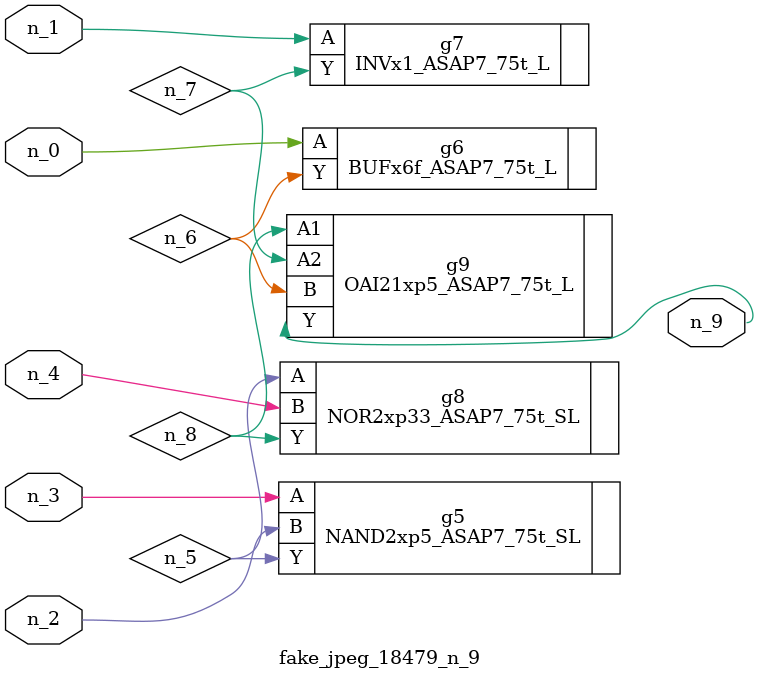
<source format=v>
module fake_jpeg_18479_n_9 (n_3, n_2, n_1, n_0, n_4, n_9);

input n_3;
input n_2;
input n_1;
input n_0;
input n_4;

output n_9;

wire n_8;
wire n_6;
wire n_5;
wire n_7;

NAND2xp5_ASAP7_75t_SL g5 ( 
.A(n_3),
.B(n_2),
.Y(n_5)
);

BUFx6f_ASAP7_75t_L g6 ( 
.A(n_0),
.Y(n_6)
);

INVx1_ASAP7_75t_L g7 ( 
.A(n_1),
.Y(n_7)
);

NOR2xp33_ASAP7_75t_SL g8 ( 
.A(n_5),
.B(n_4),
.Y(n_8)
);

OAI21xp5_ASAP7_75t_L g9 ( 
.A1(n_8),
.A2(n_7),
.B(n_6),
.Y(n_9)
);


endmodule
</source>
